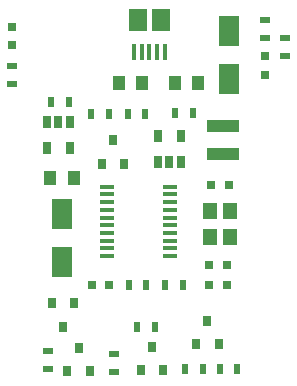
<source format=gbr>
G04 #@! TF.GenerationSoftware,KiCad,Pcbnew,(5.1.5)-3*
G04 #@! TF.CreationDate,2020-03-05T02:26:09+05:30*
G04 #@! TF.ProjectId,Pyrolight,5079726f-6c69-4676-9874-2e6b69636164,V1.0*
G04 #@! TF.SameCoordinates,Original*
G04 #@! TF.FileFunction,Paste,Top*
G04 #@! TF.FilePolarity,Positive*
%FSLAX46Y46*%
G04 Gerber Fmt 4.6, Leading zero omitted, Abs format (unit mm)*
G04 Created by KiCad (PCBNEW (5.1.5)-3) date 2020-03-05 02:26:09*
%MOMM*%
%LPD*%
G04 APERTURE LIST*
%ADD10R,1.000000X1.250000*%
%ADD11R,0.800000X0.750000*%
%ADD12R,0.800000X0.800000*%
%ADD13R,1.800000X2.500000*%
%ADD14R,0.800000X0.900000*%
%ADD15R,1.200000X1.400000*%
%ADD16R,0.900000X0.500000*%
%ADD17R,0.500000X0.900000*%
%ADD18R,0.650000X1.060000*%
%ADD19R,1.270000X0.406400*%
%ADD20R,1.500000X1.900000*%
%ADD21R,0.400000X1.350000*%
%ADD22R,2.750000X1.000000*%
G04 APERTURE END LIST*
D10*
X147900000Y-90820000D03*
X145900000Y-90820000D03*
D11*
X159350000Y-98220000D03*
X160850000Y-98220000D03*
X161000000Y-91420000D03*
X159500000Y-91420000D03*
X149400000Y-99920000D03*
X150900000Y-99920000D03*
X160850000Y-99920000D03*
X159350000Y-99920000D03*
D10*
X153700000Y-82820000D03*
X151700000Y-82820000D03*
X156450000Y-82820000D03*
X158450000Y-82820000D03*
D12*
X142700000Y-79620000D03*
X142700000Y-78020000D03*
D13*
X161000000Y-82420000D03*
X161000000Y-78420000D03*
X146900000Y-93920000D03*
X146900000Y-97920000D03*
D14*
X150250000Y-89620000D03*
X152150000Y-89620000D03*
X151200000Y-87620000D03*
D12*
X164100000Y-82120000D03*
X164100000Y-80520000D03*
D15*
X159450000Y-95820000D03*
X159450000Y-93620000D03*
X161150000Y-93620000D03*
X161150000Y-95820000D03*
D14*
X148300000Y-105220000D03*
X149250000Y-107220000D03*
X147350000Y-107220000D03*
X154500000Y-105120000D03*
X155450000Y-107120000D03*
X153550000Y-107120000D03*
X158250000Y-104920000D03*
X160150000Y-104920000D03*
X159200000Y-102920000D03*
D16*
X165800000Y-78970000D03*
X165800000Y-80470000D03*
X164100000Y-78970000D03*
X164100000Y-77470000D03*
X142700000Y-82870000D03*
X142700000Y-81370000D03*
D17*
X147450000Y-84370000D03*
X145950000Y-84370000D03*
X149350000Y-85420000D03*
X150850000Y-85420000D03*
X155650000Y-99920000D03*
X157150000Y-99920000D03*
X154050000Y-99920000D03*
X152550000Y-99920000D03*
D16*
X145700000Y-107020000D03*
X145700000Y-105520000D03*
X151300000Y-107270000D03*
X151300000Y-105770000D03*
D17*
X154750000Y-103420000D03*
X153250000Y-103420000D03*
X153950000Y-85420000D03*
X152450000Y-85420000D03*
X156450000Y-85370000D03*
X157950000Y-85370000D03*
X160250000Y-107020000D03*
X161750000Y-107020000D03*
X157350000Y-107020000D03*
X158850000Y-107020000D03*
D18*
X147550000Y-86120000D03*
X146600000Y-86120000D03*
X145650000Y-86120000D03*
X145650000Y-88320000D03*
X147550000Y-88320000D03*
D19*
X150733000Y-97441000D03*
X150733000Y-96806000D03*
X150733000Y-96145600D03*
X150733000Y-95485200D03*
X150733000Y-94850200D03*
X150733000Y-94189800D03*
X150733000Y-93529400D03*
X150733000Y-92894400D03*
X150733000Y-92234000D03*
X150733000Y-91599000D03*
X156067000Y-91599000D03*
X156067000Y-92234000D03*
X156067000Y-92894400D03*
X156067000Y-93529400D03*
X156067000Y-94189800D03*
X156067000Y-94850200D03*
X156067000Y-95485200D03*
X156067000Y-96145600D03*
X156067000Y-96806000D03*
X156067000Y-97441000D03*
D18*
X155050000Y-87320000D03*
X156950000Y-87320000D03*
X156950000Y-89520000D03*
X156000000Y-89520000D03*
X155050000Y-89520000D03*
D20*
X153300000Y-77482500D03*
D21*
X154950000Y-80182500D03*
X155600000Y-80182500D03*
X153000000Y-80182500D03*
X153650000Y-80182500D03*
X154300000Y-80182500D03*
D20*
X155300000Y-77482500D03*
D22*
X160500000Y-86470000D03*
X160500000Y-88770000D03*
D14*
X147000000Y-103420000D03*
X146050000Y-101420000D03*
X147950000Y-101420000D03*
M02*

</source>
